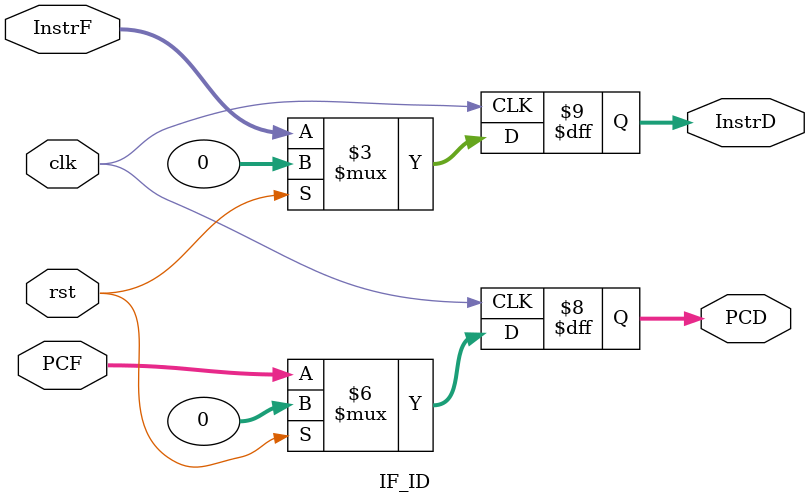
<source format=sv>

module IF_ID (
    input   logic           clk,
    input   logic           rst,
    input   logic   [31:0]  PCF,
    input   logic   [31:0]  InstrF,
    output  logic   [31:0]  PCD,
    output  logic   [31:0]  InstrD
);

    always_ff @(posedge clk) begin 
        if (rst) begin
            PCD <= 32'b0;
            InstrD <= 32'b0;
        end else begin
            PCD <= PCF;
            InstrD <= InstrF;
        end
    end


    
endmodule
</source>
